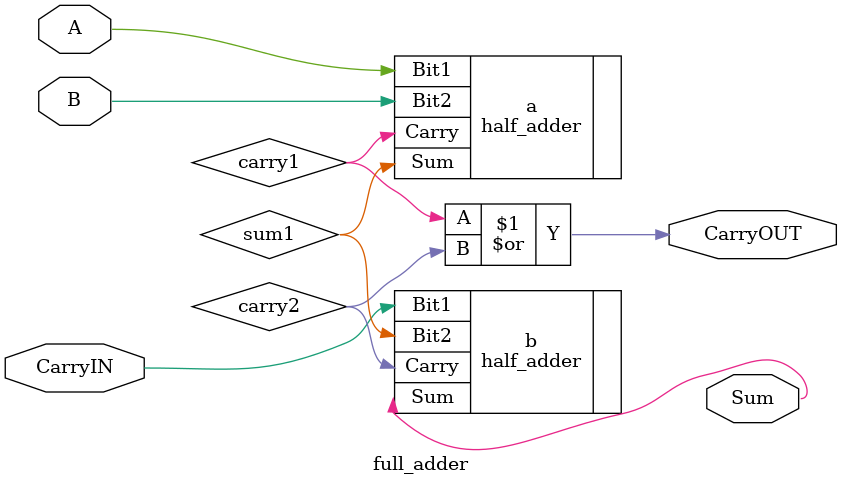
<source format=v>
`timescale 1ns / 1ps

module full_adder(
    input A, B, CarryIN,
    output Sum, CarryOUT
  );

  wire carry1, carry2, sum1;

  half_adder a(.Bit1(A), .Bit2(B), .Carry(carry1), .Sum(sum1));
  half_adder b(.Bit1(CarryIN), .Bit2(sum1), .Carry(carry2), .Sum(Sum));

  assign CarryOUT = carry1 | carry2; 

endmodule

</source>
